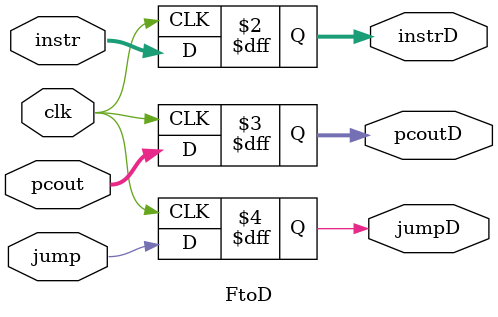
<source format=v>
`timescale 1ns / 1ps


module FtoD(input [31:0] instr, pcout,
            input clk, jump,
                output reg [31:0] instrD, pcoutD,
                output reg jumpD);
            
    always @(posedge clk) begin
        instrD <= instr;
        pcoutD <= pcout;
        jumpD <= jump;
    end
        
endmodule

</source>
